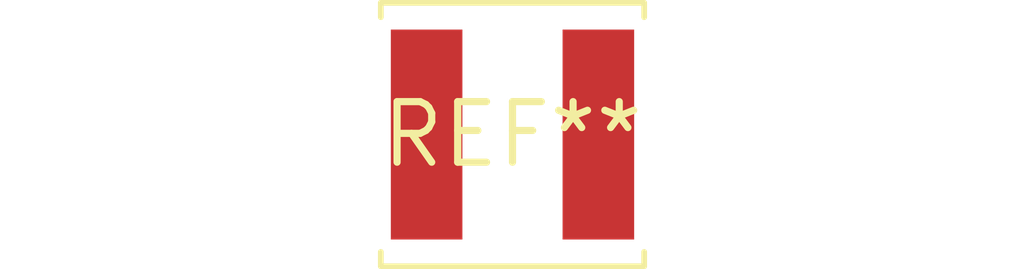
<source format=kicad_pcb>
(kicad_pcb (version 20240108) (generator pcbnew)
  (layers (0 "F.Cu" signal) (31 "B.Cu" signal) (34 "B.Paste" user) (35 "F.Paste" user) (36 "B.SilkS" user "B.Silkscreen") (37 "F.SilkS" user "F.Silkscreen") (38 "B.Mask" user) (39 "F.Mask" user) (44 "Edge.Cuts" user))
  (net 0 "")
  (footprint "L_Sunlord_SWPA5012S" (layer "F.Cu") (at 0 0)
    (property "Reference" "REF**")
    (property "Value" "L_Sunlord_SWPA5012S")
    (fp_line (start -2.76 -2.76) (end -2.76 -2.46) (layer "F.SilkS") (stroke (width 0.12)))
    (fp_line (start -2.76 -2.76) (end 2.76 -2.76) (layer "F.SilkS") (stroke (width 0.12)))
    (fp_line (start -2.76 2.76) (end -2.76 2.46) (layer "F.SilkS") (stroke (width 0.12)))
    (fp_line (start -2.76 2.76) (end 2.76 2.76) (layer "F.SilkS") (stroke (width 0.12)))
    (fp_line (start 2.76 -2.76) (end 2.76 -2.46) (layer "F.SilkS") (stroke (width 0.12)))
    (fp_line (start 2.76 2.76) (end 2.76 2.46) (layer "F.SilkS") (stroke (width 0.12)))
    (pad "1" smd rect (at -1.8 0) (size 1.5 4.4) (layers "F.Cu" "F.Paste" "F.Mask"))
    (pad "2" smd rect (at 1.8 0) (size 1.5 4.4) (layers "F.Cu" "F.Paste" "F.Mask"))
  )
)
</source>
